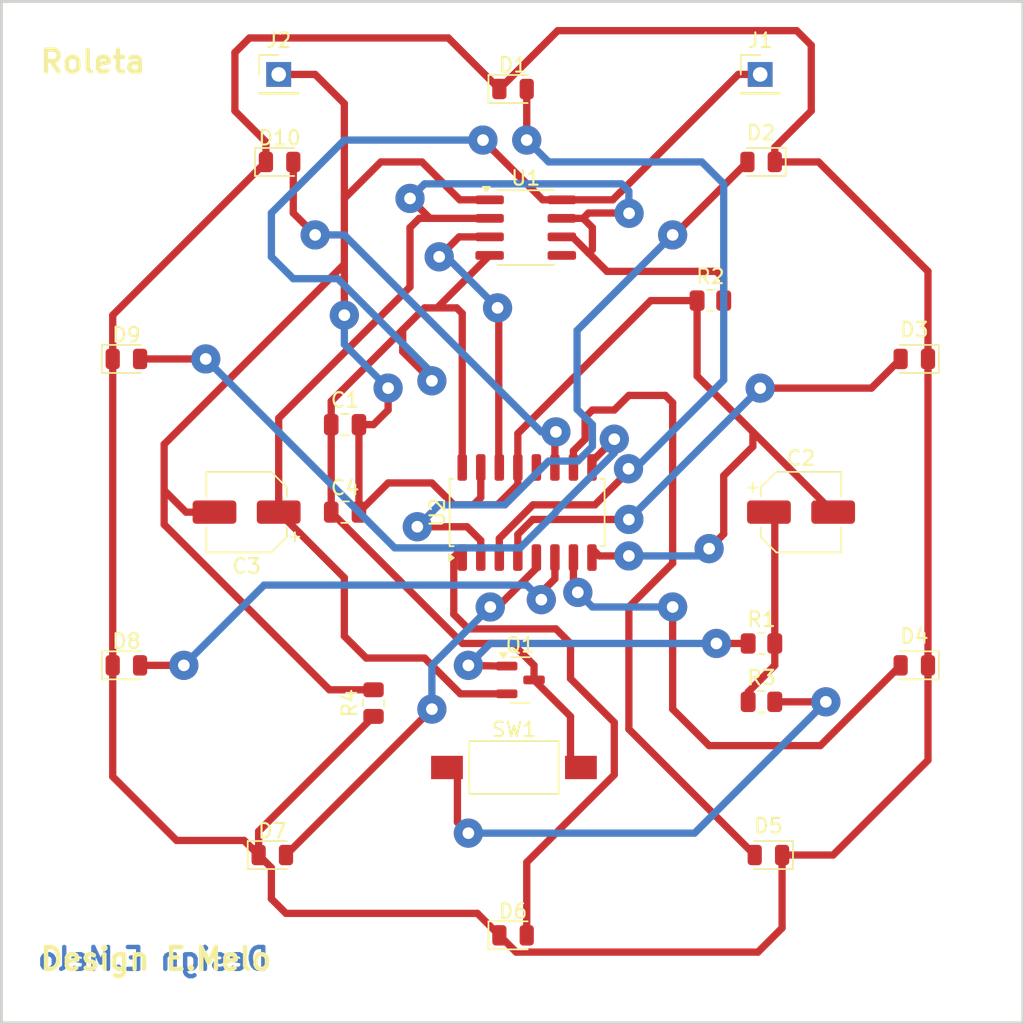
<source format=kicad_pcb>
(kicad_pcb (version 20240108) (generator "pcbnew") (generator_version "8.0")
  (layers (0 "F.Cu" signal) (31 "B.Cu" signal) (34 "B.Paste" user) (35 "F.Paste" user) (36 "B.SilkS" user "B.Silkscreen") (37 "F.SilkS" user "F.Silkscreen") (38 "B.Mask" user) (39 "F.Mask" user) (44 "Edge.Cuts" user))
  (net 0 "")
  (net 1 "+12V")
  (net 2 "GND")
  (net 3 "Net-(C2-Pad1)")
  (net 4 "Net-(Q1-E)")
  (net 5 "Net-(D1-K)")
  (net 6 "Net-(D1-A)")
  (net 7 "Net-(D2-A)")
  (net 8 "Net-(D3-A)")
  (net 9 "Net-(D4-A)")
  (net 10 "Net-(D5-A)")
  (net 11 "Net-(D6-A)")
  (net 12 "Net-(D7-A)")
  (net 13 "Net-(D8-A)")
  (net 14 "Net-(D9-A)")
  (net 15 "Net-(D10-A)")
  (net 16 "Net-(Q1-B)")
  (net 17 "Net-(R3-Pad2)")
  (net 19 "Net-(U1-Q)")
  (footprint "LED_SMD:LED_0805_2012Metric" (layer "F.Cu") (at 134.5625 130)
    (property "Reference" "D7" (at 0 -1.65 0) (layer "F.SilkS"))
    (property "Value" "LED7")
    (fp_line (start -1.685 -0.96) (end -1.685 0.96) (stroke (width 0.12)) (layer "F.SilkS"))
    (fp_line (start -1.685 0.96) (end 1 0.96) (stroke (width 0.12)) (layer "F.SilkS"))
    (fp_line (start 1 -0.96) (end -1.685 -0.96) (stroke (width 0.12)) (layer "F.SilkS"))
    (pad "1" smd roundrect (at -0.9375 0) (size 0.975 1.4) (layers "F.Cu" "F.Paste" "F.Mask") (net 5 "Net-(D1-K)"))
    (pad "2" smd roundrect (at 0.9375 0) (size 0.975 1.4) (layers "F.Cu" "F.Paste" "F.Mask") (net 12 "Net-(D7-A)"))
  )
  (footprint "Resistor_SMD:R_0805_2012Metric" (layer "F.Cu") (at 164.5875 92)
    (property "Reference" "R2" (at 0 -1.65 0) (layer "F.SilkS"))
    (property "Value" "100K")
    (fp_line (start -0.227064 -0.735) (end 0.227064 -0.735) (stroke (width 0.12)) (layer "F.SilkS"))
    (fp_line (start -0.227064 0.735) (end 0.227064 0.735) (stroke (width 0.12)) (layer "F.SilkS"))
    (pad "1" smd roundrect (at -0.9125 0) (size 1.025 1.4) (layers "F.Cu" "F.Paste" "F.Mask") (roundrect_rratio 0.243902) (net 2 "GND"))
    (pad "2" smd roundrect (at 0.9125 0) (size 1.025 1.4) (layers "F.Cu" "F.Paste" "F.Mask") (roundrect_rratio 0.243902) (net 4 "Net-(Q1-E)"))
  )
  (footprint "LED_SMD:LED_0805_2012Metric" (layer "F.Cu") (at 151.0625 135.50431)
    (property "Reference" "D6" (at 0 -1.65 0) (layer "F.SilkS"))
    (property "Value" "LED6")
    (fp_line (start -1.685 -0.96) (end -1.685 0.96) (stroke (width 0.12)) (layer "F.SilkS"))
    (fp_line (start -1.685 0.96) (end 1 0.96) (stroke (width 0.12)) (layer "F.SilkS"))
    (fp_line (start 1 -0.96) (end -1.685 -0.96) (stroke (width 0.12)) (layer "F.SilkS"))
    (pad "1" smd roundrect (at -0.9375 0) (size 0.975 1.4) (layers "F.Cu" "F.Paste" "F.Mask") (net 5 "Net-(D1-K)"))
    (pad "2" smd roundrect (at 0.9375 0) (size 0.975 1.4) (layers "F.Cu" "F.Paste" "F.Mask") (net 11 "Net-(D6-A)"))
  )
  (footprint "Capacitor_SMD:CP_Elec_5x5.9" (layer "F.Cu") (at 170.8 106.5)
    (property "Reference" "C2" (at 0 -3.7 0) (layer "F.SilkS"))
    (property "Value" "47uF/50V")
    (fp_line (start -3.625 -1.685) (end -3 -1.685) (stroke (width 0.12)) (layer "F.SilkS"))
    (fp_line (start -3.3125 -1.9975) (end -3.3125 -1.3725) (stroke (width 0.12)) (layer "F.SilkS"))
    (fp_line (start -2.76 -1.695563) (end -2.76 -1.06) (stroke (width 0.12)) (layer "F.SilkS"))
    (fp_line (start -2.76 -1.695563) (end -1.695563 -2.76) (stroke (width 0.12)) (layer "F.SilkS"))
    (fp_line (start -2.76 1.695563) (end -2.76 1.06) (stroke (width 0.12)) (layer "F.SilkS"))
    (fp_line (start -2.76 1.695563) (end -1.695563 2.76) (stroke (width 0.12)) (layer "F.SilkS"))
    (fp_line (start -1.695563 -2.76) (end 2.76 -2.76) (stroke (width 0.12)) (layer "F.SilkS"))
    (fp_line (start -1.695563 2.76) (end 2.76 2.76) (stroke (width 0.12)) (layer "F.SilkS"))
    (fp_line (start 2.76 -2.76) (end 2.76 -1.06) (stroke (width 0.12)) (layer "F.SilkS"))
    (fp_line (start 2.76 2.76) (end 2.76 1.06) (stroke (width 0.12)) (layer "F.SilkS"))
    (pad "1" smd roundrect (at -2.2 0) (size 3 1.6) (layers "F.Cu" "F.Paste" "F.Mask") (roundrect_rratio 0.15625) (net 3 "Net-(C2-Pad1)"))
    (pad "2" smd roundrect (at 2.2 0) (size 3 1.6) (layers "F.Cu" "F.Paste" "F.Mask") (roundrect_rratio 0.15625) (net 2 "GND"))
  )
  (footprint "LED_SMD:LED_0805_2012Metric" (layer "F.Cu") (at 168.5625 130 180)
    (property "Reference" "D5" (at 0 2 0) (layer "F.SilkS"))
    (property "Value" "LED5")
    (fp_line (start 1 -0.96) (end -1.685 -0.96) (stroke (width 0.12)) (layer "F.SilkS"))
    (fp_line (start -1.685 0.96) (end 1 0.96) (stroke (width 0.12)) (layer "F.SilkS"))
    (fp_line (start -1.685 -0.96) (end -1.685 0.96) (stroke (width 0.12)) (layer "F.SilkS"))
    (pad "1" smd roundrect (at -0.9375 0 180) (size 0.975 1.4) (layers "F.Cu" "F.Paste" "F.Mask") (net 5 "Net-(D1-K)"))
    (pad "2" smd roundrect (at 0.9375 0 180) (size 0.975 1.4) (layers "F.Cu" "F.Paste" "F.Mask") (net 10 "Net-(D5-A)"))
  )
  (footprint "Package_SO:SOIC-8_3.9x4.9mm_P1.27mm" (layer "F.Cu") (at 151.93 87)
    (property "Reference" "U1" (at 0 -3.4 0) (layer "F.SilkS"))
    (property "Value" "LM555xN")
    (fp_line (start 0 -2.56) (end -1.95 -2.56) (stroke (width 0.12)) (layer "F.SilkS"))
    (fp_line (start 0 -2.56) (end 1.95 -2.56) (stroke (width 0.12)) (layer "F.SilkS"))
    (fp_line (start 0 2.56) (end -1.95 2.56) (stroke (width 0.12)) (layer "F.SilkS"))
    (fp_line (start 0 2.56) (end 1.95 2.56) (stroke (width 0.12)) (layer "F.SilkS"))
    (fp_poly (pts (xy -2.7 -2.465) (xy -2.94 -2.795) (xy -2.46 -2.795) (xy -2.7 -2.465)) (stroke (width 0.12)) (fill solid) (layer "F.SilkS"))
    (pad "1" smd roundrect (at -2.475 -1.905) (size 1.95 0.6) (layers "F.Cu" "F.Paste" "F.Mask") (net 2 "GND"))
    (pad "2" smd roundrect (at -2.475 -0.635) (size 1.95 0.6) (layers "F.Cu" "F.Paste" "F.Mask") (net 4 "Net-(Q1-E)"))
    (pad "3" smd roundrect (at -2.475 0.635) (size 1.95 0.6) (layers "F.Cu" "F.Paste" "F.Mask") (net 19 "Net-(U1-Q)"))
    (pad "4" smd roundrect (at -2.475 1.905) (size 1.95 0.6) (layers "F.Cu" "F.Paste" "F.Mask") (net 1 "+12V"))
    (pad "5" smd roundrect (at 2.475 1.905) (size 1.95 0.6) (layers "F.Cu" "F.Paste" "F.Mask"))
    (pad "6" smd roundrect (at 2.475 0.635) (size 1.95 0.6) (layers "F.Cu" "F.Paste" "F.Mask") (net 4 "Net-(Q1-E)"))
    (pad "7" smd roundrect (at 2.475 -0.635) (size 1.95 0.6) (layers "F.Cu" "F.Paste" "F.Mask") (net 4 "Net-(Q1-E)"))
    (pad "8" smd roundrect (at 2.475 -1.905) (size 1.95 0.6) (layers "F.Cu" "F.Paste" "F.Mask") (net 1 "+12V"))
  )
  (footprint "LED_SMD:LED_0805_2012Metric" (layer "F.Cu") (at 124.5625 96)
    (property "Reference" "D9" (at 0 -1.65 0) (layer "F.SilkS"))
    (property "Value" "LED9")
    (fp_line (start -1.685 -0.96) (end -1.685 0.96) (stroke (width 0.12)) (layer "F.SilkS"))
    (fp_line (start -1.685 0.96) (end 1 0.96) (stroke (width 0.12)) (layer "F.SilkS"))
    (fp_line (start 1 -0.96) (end -1.685 -0.96) (stroke (width 0.12)) (layer "F.SilkS"))
    (pad "1" smd roundrect (at -0.9375 0) (size 0.975 1.4) (layers "F.Cu" "F.Paste" "F.Mask") (net 5 "Net-(D1-K)"))
    (pad "2" smd roundrect (at 0.9375 0) (size 0.975 1.4) (layers "F.Cu" "F.Paste" "F.Mask") (net 14 "Net-(D9-A)"))
  )
  (footprint "Capacitor_SMD:CP_Elec_5x5.9" (layer "F.Cu") (at 132.8 106.5 180)
    (property "Reference" "C3" (at 0 -3.7 180) (layer "F.SilkS"))
    (property "Value" "47uF/50V")
    (fp_line (start 2.76 2.76) (end 2.76 1.06) (stroke (width 0.12)) (layer "F.SilkS"))
    (fp_line (start 2.76 -2.76) (end 2.76 -1.06) (stroke (width 0.12)) (layer "F.SilkS"))
    (fp_line (start -1.695563 2.76) (end 2.76 2.76) (stroke (width 0.12)) (layer "F.SilkS"))
    (fp_line (start -1.695563 -2.76) (end 2.76 -2.76) (stroke (width 0.12)) (layer "F.SilkS"))
    (fp_line (start -2.76 1.695563) (end -1.695563 2.76) (stroke (width 0.12)) (layer "F.SilkS"))
    (fp_line (start -2.76 1.695563) (end -2.76 1.06) (stroke (width 0.12)) (layer "F.SilkS"))
    (fp_line (start -2.76 -1.695563) (end -1.695563 -2.76) (stroke (width 0.12)) (layer "F.SilkS"))
    (fp_line (start -2.76 -1.695563) (end -2.76 -1.06) (stroke (width 0.12)) (layer "F.SilkS"))
    (fp_line (start -3.3125 -1.9975) (end -3.3125 -1.3725) (stroke (width 0.12)) (layer "F.SilkS"))
    (fp_line (start -3.625 -1.685) (end -3 -1.685) (stroke (width 0.12)) (layer "F.SilkS"))
    (pad "1" smd roundrect (at -2.2 0 180) (size 3 1.6) (layers "F.Cu" "F.Paste" "F.Mask") (roundrect_rratio 0.15625) (net 4 "Net-(Q1-E)"))
    (pad "2" smd roundrect (at 2.2 0 180) (size 3 1.6) (layers "F.Cu" "F.Paste" "F.Mask") (roundrect_rratio 0.15625) (net 2 "GND"))
  )
  (footprint "Connector_PinHeader_2.54mm:PinHeader_1x01_P2.54mm_Vertical" (layer "F.Cu") (at 168 76.5)
    (property "Reference" "J1" (at 0 -2.33 0) (layer "F.SilkS"))
    (property "Value" "Conn_01x01_Pin")
    (fp_line (start -1.33 -1.33) (end 0 -1.33) (stroke (width 0.12)) (layer "F.SilkS"))
    (fp_line (start -1.33 0) (end -1.33 -1.33) (stroke (width 0.12)) (layer "F.SilkS"))
    (fp_line (start -1.33 1.27) (end -1.33 1.33) (stroke (width 0.12)) (layer "F.SilkS"))
    (fp_line (start -1.33 1.27) (end 1.33 1.27) (stroke (width 0.12)) (layer "F.SilkS"))
    (fp_line (start -1.33 1.33) (end 1.33 1.33) (stroke (width 0.12)) (layer "F.SilkS"))
    (fp_line (start 1.33 1.27) (end 1.33 1.33) (stroke (width 0.12)) (layer "F.SilkS"))
    (pad "1" thru_hole rect (at 0 0) (size 1.7 1.7) (drill 1) (layers "*.Cu" "*.Mask") (net 1 "+12V"))
  )
  (footprint "LED_SMD:LED_0805_2012Metric" (layer "F.Cu") (at 178.5625 96 180)
    (property "Reference" "D3" (at 0 2 0) (layer "F.SilkS"))
    (property "Value" "LED3")
    (fp_line (start 1 -0.96) (end -1.685 -0.96) (stroke (width 0.12)) (layer "F.SilkS"))
    (fp_line (start -1.685 0.96) (end 1 0.96) (stroke (width 0.12)) (layer "F.SilkS"))
    (fp_line (start -1.685 -0.96) (end -1.685 0.96) (stroke (width 0.12)) (layer "F.SilkS"))
    (pad "1" smd roundrect (at -0.9375 0 180) (size 0.975 1.4) (layers "F.Cu" "F.Paste" "F.Mask") (net 5 "Net-(D1-K)"))
    (pad "2" smd roundrect (at 0.9375 0 180) (size 0.975 1.4) (layers "F.Cu" "F.Paste" "F.Mask") (net 8 "Net-(D3-A)"))
  )
  (footprint "Capacitor_SMD:C_0805_2012Metric" (layer "F.Cu") (at 139.55 100.5)
    (property "Reference" "C1" (at 0 -1.68 0) (layer "F.SilkS"))
    (property "Value" "100nF")
    (fp_line (start -0.261252 -0.735) (end 0.261252 -0.735) (stroke (width 0.12)) (layer "F.SilkS"))
    (fp_line (start -0.261252 0.735) (end 0.261252 0.735) (stroke (width 0.12)) (layer "F.SilkS"))
    (pad "1" smd roundrect (at -0.95 0) (size 1 1.45) (layers "F.Cu" "F.Paste" "F.Mask") (net 1 "+12V"))
    (pad "2" smd roundrect (at 0.95 0) (size 1 1.45) (layers "F.Cu" "F.Paste" "F.Mask") (net 2 "GND"))
  )
  (footprint "Capacitor_SMD:C_0805_2012Metric" (layer "F.Cu") (at 139.55 106.5)
    (property "Reference" "C4" (at 0 -1.68 0) (layer "F.SilkS"))
    (property "Value" "100nF")
    (fp_line (start -0.261252 -0.735) (end 0.261252 -0.735) (stroke (width 0.12)) (layer "F.SilkS"))
    (fp_line (start -0.261252 0.735) (end 0.261252 0.735) (stroke (width 0.12)) (layer "F.SilkS"))
    (pad "1" smd roundrect (at -0.95 0) (size 1 1.45) (layers "F.Cu" "F.Paste" "F.Mask") (net 1 "+12V"))
    (pad "2" smd roundrect (at 0.95 0) (size 1 1.45) (layers "F.Cu" "F.Paste" "F.Mask") (net 2 "GND"))
  )
  (footprint "LED_SMD:LED_0805_2012Metric" (layer "F.Cu") (at 135.0625 82.5)
    (property "Reference" "D10" (at 0 -1.65 0) (layer "F.SilkS"))
    (property "Value" "LED10")
    (fp_line (start -1.685 -0.96) (end -1.685 0.96) (stroke (width 0.12)) (layer "F.SilkS"))
    (fp_line (start -1.685 0.96) (end 1 0.96) (stroke (width 0.12)) (layer "F.SilkS"))
    (fp_line (start 1 -0.96) (end -1.685 -0.96) (stroke (width 0.12)) (layer "F.SilkS"))
    (pad "1" smd roundrect (at -0.9375 0) (size 0.975 1.4) (layers "F.Cu" "F.Paste" "F.Mask") (net 5 "Net-(D1-K)"))
    (pad "2" smd roundrect (at 0.9375 0) (size 0.975 1.4) (layers "F.Cu" "F.Paste" "F.Mask") (net 15 "Net-(D10-A)"))
  )
  (footprint "LED_SMD:LED_0805_2012Metric" (layer "F.Cu") (at 151.0625 77.5)
    (property "Reference" "D1" (at 0 -1.65 0) (layer "F.SilkS"))
    (property "Value" "LED1")
    (fp_line (start -1.685 -0.96) (end -1.685 0.96) (stroke (width 0.12)) (layer "F.SilkS"))
    (fp_line (start -1.685 0.96) (end 1 0.96) (stroke (width 0.12)) (layer "F.SilkS"))
    (fp_line (start 1 -0.96) (end -1.685 -0.96) (stroke (width 0.12)) (layer "F.SilkS"))
    (pad "1" smd roundrect (at -0.9375 0) (size 0.975 1.4) (layers "F.Cu" "F.Paste" "F.Mask") (net 5 "Net-(D1-K)"))
    (pad "2" smd roundrect (at 0.9375 0) (size 0.975 1.4) (layers "F.Cu" "F.Paste" "F.Mask") (net 6 "Net-(D1-A)"))
  )
  (footprint "LED_SMD:LED_0805_2012Metric" (layer "F.Cu") (at 124.5625 117)
    (property "Reference" "D8" (at 0 -1.65 0) (layer "F.SilkS"))
    (property "Value" "LED8")
    (fp_line (start -1.685 -0.96) (end -1.685 0.96) (stroke (width 0.12)) (layer "F.SilkS"))
    (fp_line (start -1.685 0.96) (end 1 0.96) (stroke (width 0.12)) (layer "F.SilkS"))
    (fp_line (start 1 -0.96) (end -1.685 -0.96) (stroke (width 0.12)) (layer "F.SilkS"))
    (pad "1" smd roundrect (at -0.9375 0) (size 0.975 1.4) (layers "F.Cu" "F.Paste" "F.Mask") (net 5 "Net-(D1-K)"))
    (pad "2" smd roundrect (at 0.9375 0) (size 0.975 1.4) (layers "F.Cu" "F.Paste" "F.Mask") (net 13 "Net-(D8-A)"))
  )
  (footprint "Button_Switch_SMD:SW_SPST_FSMSM" (layer "F.Cu") (at 151.125 124)
    (property "Reference" "SW1" (at 0 -2.6 0) (layer "F.SilkS"))
    (property "Value" "SW_Push")
    (fp_line (start -3.06 -1.81) (end 3.06 -1.81) (stroke (width 0.12)) (layer "F.SilkS"))
    (fp_line (start -3.06 1.81) (end -3.06 -1.81) (stroke (width 0.12)) (layer "F.SilkS"))
    (fp_line (start 3.06 -1.81) (end 3.06 1.81) (stroke (width 0.12)) (layer "F.SilkS"))
    (fp_line (start 3.06 1.81) (end -3.06 1.81) (stroke (width 0.12)) (layer "F.SilkS"))
    (pad "1" smd rect (at -4.59 0) (size 2.18 1.6) (layers "F.Cu" "F.Paste" "F.Mask") (net 17 "Net-(R3-Pad2)"))
    (pad "2" smd rect (at 4.59 0) (size 2.18 1.6) (layers "F.Cu" "F.Paste" "F.Mask") (net 1 "+12V"))
  )
  (footprint "Connector_PinHeader_2.54mm:PinHeader_1x01_P2.54mm_Vertical" (layer "F.Cu") (at 135 76.5)
    (property "Reference" "J2" (at 0 -2.33 0) (layer "F.SilkS"))
    (property "Value" "Conn_01x01_Pin")
    (fp_line (start -1.33 -1.33) (end 0 -1.33) (stroke (width 0.12)) (layer "F.SilkS"))
    (fp_line (start -1.33 0) (end -1.33 -1.33) (stroke (width 0.12)) (layer "F.SilkS"))
    (fp_line (start -1.33 1.27) (end -1.33 1.33) (stroke (width 0.12)) (layer "F.SilkS"))
    (fp_line (start -1.33 1.27) (end 1.33 1.27) (stroke (width 0.12)) (layer "F.SilkS"))
    (fp_line (start -1.33 1.33) (end 1.33 1.33) (stroke (width 0.12)) (layer "F.SilkS"))
    (fp_line (start 1.33 1.27) (end 1.33 1.33) (stroke (width 0.12)) (layer "F.SilkS"))
    (pad "1" thru_hole rect (at 0 0) (size 1.7 1.7) (drill 1) (layers "*.Cu" "*.Mask") (net 2 "GND"))
  )
  (footprint "LED_SMD:LED_0805_2012Metric" (layer "F.Cu") (at 168.0625 82.5 180)
    (property "Reference" "D2" (at 0 2 0) (layer "F.SilkS"))
    (property "Value" "LED2")
    (fp_line (start 1 -0.96) (end -1.685 -0.96) (stroke (width 0.12)) (layer "F.SilkS"))
    (fp_line (start -1.685 0.96) (end 1 0.96) (stroke (width 0.12)) (layer "F.SilkS"))
    (fp_line (start -1.685 -0.96) (end -1.685 0.96) (stroke (width 0.12)) (layer "F.SilkS"))
    (pad "1" smd roundrect (at -0.9375 0 180) (size 0.975 1.4) (layers "F.Cu" "F.Paste" "F.Mask") (net 5 "Net-(D1-K)"))
    (pad "2" smd roundrect (at 0.9375 0 180) (size 0.975 1.4) (layers "F.Cu" "F.Paste" "F.Mask") (net 7 "Net-(D2-A)"))
  )
  (footprint "Package_TO_SOT_SMD:SOT-23" (layer "F.Cu") (at 151.5625 118)
    (property "Reference" "Q1" (at 0 -2.4 0) (layer "F.SilkS"))
    (property "Value" "BC817")
    (fp_line (start 0 -1.56) (end -0.65 -1.56) (stroke (width 0.12)) (layer "F.SilkS"))
    (fp_line (start 0 -1.56) (end 0.65 -1.56) (stroke (width 0.12)) (layer "F.SilkS"))
    (fp_line (start 0 1.56) (end -0.65 1.56) (stroke (width 0.12)) (layer "F.SilkS"))
    (fp_line (start 0 1.56) (end 0.65 1.56) (stroke (width 0.12)) (layer "F.SilkS"))
    (fp_poly (pts (xy -1.1625 -1.51) (xy -1.4025 -1.84) (xy -0.9225 -1.84) (xy -1.1625 -1.51)) (stroke (width 0.12)) (fill solid) (layer "F.SilkS"))
    (pad "1" smd roundrect (at -0.9375 -0.95) (size 1.475 0.6) (layers "F.Cu" "F.Paste" "F.Mask") (net 16 "Net-(Q1-B)"))
    (pad "2" smd roundrect (at -0.9375 0.95) (size 1.475 0.6) (layers "F.Cu" "F.Paste" "F.Mask") (net 4 "Net-(Q1-E)"))
    (pad "3" smd roundrect (at 0.9375 0) (size 1.475 0.6) (layers "F.Cu" "F.Paste" "F.Mask") (net 1 "+12V"))
  )
  (footprint "Resistor_SMD:R_0805_2012Metric" (layer "F.Cu") (at 168.0875 119.5)
    (property "Reference" "R3" (at 0 -1.65 0) (layer "F.SilkS"))
    (property "Value" "100R")
    (fp_line (start -0.227064 -0.735) (end 0.227064 -0.735) (stroke (width 0.12)) (layer "F.SilkS"))
    (fp_line (start -0.227064 0.735) (end 0.227064 0.735) (stroke (width 0.12)) (layer "F.SilkS"))
    (pad "1" smd roundrect (at -0.9125 0) (size 1.025 1.4) (layers "F.Cu" "F.Paste" "F.Mask") (roundrect_rratio 0.243902) (net 3 "Net-(C2-Pad1)"))
    (pad "2" smd roundrect (at 0.9125 0) (size 1.025 1.4) (layers "F.Cu" "F.Paste" "F.Mask") (roundrect_rratio 0.243902) (net 17 "Net-(R3-Pad2)"))
  )
  (footprint "LED_SMD:LED_0805_2012Metric" (layer "F.Cu") (at 178.5625 117 180)
    (property "Reference" "D4" (at 0 2 0) (layer "F.SilkS"))
    (property "Value" "LED4")
    (fp_line (start 1 -0.96) (end -1.685 -0.96) (stroke (width 0.12)) (layer "F.SilkS"))
    (fp_line (start -1.685 0.96) (end 1 0.96) (stroke (width 0.12)) (layer "F.SilkS"))
    (fp_line (start -1.685 -0.96) (end -1.685 0.96) (stroke (width 0.12)) (layer "F.SilkS"))
    (pad "1" smd roundrect (at -0.9375 0 180) (size 0.975 1.4) (layers "F.Cu" "F.Paste" "F.Mask") (net 5 "Net-(D1-K)"))
    (pad "2" smd roundrect (at 0.9375 0 180) (size 0.975 1.4) (layers "F.Cu" "F.Paste" "F.Mask") (net 9 "Net-(D4-A)"))
  )
  (footprint "Resistor_SMD:R_0805_2012Metric" (layer "F.Cu") (at 168.0875 115.5)
    (property "Reference" "R1" (at 0 -1.65 0) (layer "F.SilkS"))
    (property "Value" "47K")
    (fp_line (start -0.227064 -0.735) (end 0.227064 -0.735) (stroke (width 0.12)) (layer "F.SilkS"))
    (fp_line (start -0.227064 0.735) (end 0.227064 0.735) (stroke (width 0.12)) (layer "F.SilkS"))
    (pad "1" smd roundrect (at -0.9125 0) (size 1.025 1.4) (layers "F.Cu" "F.Paste" "F.Mask") (roundrect_rratio 0.243902) (net 16 "Net-(Q1-B)"))
    (pad "2" smd roundrect (at 0.9125 0) (size 1.025 1.4) (layers "F.Cu" "F.Paste" "F.Mask") (roundrect_rratio 0.243902) (net 3 "Net-(C2-Pad1)"))
  )
  (footprint "Package_SO:SOP-16_4.4x10.4mm_P1.27mm" (layer "F.Cu") (at 152.025 106.525 90)
    (property "Reference" "U2" (at 0 -6.15 90) (layer "F.SilkS"))
    (property "Value" "4017")
    (fp_line (start 2.31 -5.31) (end 2.31 -5.03) (stroke (width 0.12)) (layer "F.SilkS"))
    (fp_line (start 0 -5.31) (end 2.31 -5.31) (stroke (width 0.12)) (layer "F.SilkS"))
    (fp_line (start 0 -5.31) (end -2.31 -5.31) (stroke (width 0.12)) (layer "F.SilkS"))
    (fp_line (start -2.31 -5.31) (end -2.31 -5.03) (stroke (width 0.12)) (layer "F.SilkS"))
    (fp_line (start 2.31 5.31) (end 2.31 5.03) (stroke (width 0.12)) (layer "F.SilkS"))
    (fp_line (start 0 5.31) (end 2.31 5.31) (stroke (width 0.12)) (layer "F.SilkS"))
    (fp_line (start 0 5.31) (end -2.31 5.31) (stroke (width 0.12)) (layer "F.SilkS"))
    (fp_line (start -2.31 5.31) (end -2.31 5.03) (stroke (width 0.12)) (layer "F.SilkS"))
    (fp_poly (pts (xy -3.1 -5.03) (xy -3.34 -5.36) (xy -2.86 -5.36) (xy -3.1 -5.03)) (stroke (width 0.12)) (fill solid) (layer "F.SilkS"))
    (pad "1" smd roundrect (at -3.0875 -4.445 90) (size 1.825 0.65) (layers "F.Cu" "F.Paste" "F.Mask") (net 11 "Net-(D6-A)"))
    (pad "2" smd roundrect (at -3.0875 -3.175 90) (size 1.825 0.65) (layers "F.Cu" "F.Paste" "F.Mask") (net 7 "Net-(D2-A)"))
    (pad "3" smd roundrect (at -3.0875 -1.905 90) (size 1.825 0.65) (layers "F.Cu" "F.Paste" "F.Mask") (net 6 "Net-(D1-A)"))
    (pad "4" smd roundrect (at -3.0875 -0.635 90) (size 1.825 0.65) (layers "F.Cu" "F.Paste" "F.Mask") (net 8 "Net-(D3-A)"))
    (pad "5" smd roundrect (at -3.0875 0.635 90) (size 1.825 0.65) (layers "F.Cu" "F.Paste" "F.Mask") (net 12 "Net-(D7-A)"))
    (pad "6" smd roundrect (at -3.0875 1.905 90) (size 1.825 0.65) (layers "F.Cu" "F.Paste" "F.Mask") (net 13 "Net-(D8-A)"))
    (pad "7" smd roundrect (at -3.0875 3.175 90) (size 1.825 0.65) (layers "F.Cu" "F.Paste" "F.Mask") (net 9 "Net-(D4-A)"))
    (pad "8" smd roundrect (at -3.0875 4.445 90) (size 1.825 0.65) (layers "F.Cu" "F.Paste" "F.Mask") (net 2 "GND"))
    (pad "9" smd roundrect (at 3.0875 4.445 90) (size 1.825 0.65) (layers "F.Cu" "F.Paste" "F.Mask") (net 14 "Net-(D9-A)"))
    (pad "10" smd roundrect (at 3.0875 3.175 90) (size 1.825 0.65) (layers "F.Cu" "F.Paste" "F.Mask") (net 10 "Net-(D5-A)"))
    (pad "11" smd roundrect (at 3.0875 1.905 90) (size 1.825 0.65) (layers "F.Cu" "F.Paste" "F.Mask") (net 15 "Net-(D10-A)"))
    (pad "12" smd roundrect (at 3.0875 0.635 90) (size 1.825 0.65) (layers "F.Cu" "F.Paste" "F.Mask"))
    (pad "13" smd roundrect (at 3.0875 -0.635 90) (size 1.825 0.65) (layers "F.Cu" "F.Paste" "F.Mask") (net 2 "GND"))
    (pad "14" smd roundrect (at 3.0875 -1.905 90) (size 1.825 0.65) (layers "F.Cu" "F.Paste" "F.Mask") (net 19 "Net-(U1-Q)"))
    (pad "15" smd roundrect (at 3.0875 -3.175 90) (size 1.825 0.65) (layers "F.Cu" "F.Paste" "F.Mask") (net 2 "GND"))
    (pad "16" smd roundrect (at 3.0875 -4.445 90) (size 1.825 0.65) (layers "F.Cu" "F.Paste" "F.Mask") (net 1 "+12V"))
  )
  (footprint "Resistor_SMD:R_0805_2012Metric" (layer "F.Cu") (at 141.5 119.5875 90)
    (property "Reference" "R4" (at 0 -1.65 90) (layer "F.SilkS"))
    (property "Value" "1K")
    (fp_line (start -0.227064 -0.735) (end 0.227064 -0.735) (stroke (width 0.12)) (layer "F.SilkS"))
    (fp_line (start -0.227064 0.735) (end 0.227064 0.735) (stroke (width 0.12)) (layer "F.SilkS"))
    (pad "1" smd roundrect (at -0.9125 0 90) (size 1.025 1.4) (layers "F.Cu" "F.Paste" "F.Mask") (roundrect_rratio 0.243902) (net 5 "Net-(D1-K)"))
    (pad "2" smd roundrect (at 0.9125 0 90) (size 1.025 1.4) (layers "F.Cu" "F.Paste" "F.Mask") (roundrect_rratio 0.243902) (net 2 "GND"))
  )
  (gr_rect (start 116 71.5) (end 186 141.5) (stroke (width 0.2)) (fill none) (layer "Edge.Cuts"))
  (gr_text "Design E.Melo" (at 134.5 138 0) (layer "B.Cu") (effects (font (size 1.5 1.5) (thickness 0.3) (bold yes)) (justify left bottom mirror)))
  (gr_text "Design E.Melo" (at 118.5 138 0) (layer "F.SilkS") (effects (font (size 1.5 1.5) (thickness 0.3) (bold yes)) (justify left bottom)))
  (gr_text "Roleta\n" (at 118.5 76.5 0) (layer "F.SilkS") (effects (font (size 1.5 1.5) (thickness 0.3) (bold yes)) (justify left bottom)))
  (segment (start 154.405 85.095) (end 157.890394 85.095) (width 0.5) (layer "F.Cu") (net 1))
  (segment (start 138.6 100.5) (end 138.6 98.9) (width 0.5) (layer "F.Cu") (net 1))
  (segment (start 152.5 117) (end 151 115.5) (width 0.5) (layer "F.Cu") (net 1))
  (segment (start 146 92.5) (end 147.2 92.5) (width 0.5) (layer "F.Cu") (net 1))
  (segment (start 147.58 92.88) (end 147.2 92.5) (width 0.5) (layer "F.Cu") (net 1))
  (segment (start 146 92.36) (end 146 92.5) (width 0.5) (layer "F.Cu") (net 1))
  (segment (start 143.5 95.5) (end 143.5 94) (width 0.5) (layer "F.Cu") (net 1))
  (segment (start 149 81) (end 153.095 85.095) (width 0.5) (layer "F.Cu") (net 1))
  (segment (start 158.415232 84.570162) (end 158.429838 84.570162) (width 0.5) (layer "F.Cu") (net 1))
  (segment (start 145.5 97.5) (end 143.5 95.5) (width 0.5) (layer "F.Cu") (net 1))
  (segment (start 145 92.5) (end 146 92.5) (width 0.5) (layer "F.Cu") (net 1))
  (segment (start 143.5 94) (end 145 92.5) (width 0.5) (layer "F.Cu") (net 1))
  (segment (start 151 115.5) (end 147.6 115.5) (width 0.5) (layer "F.Cu") (net 1))
  (segment (start 138.6 106.5) (end 138.6 100.5) (width 0.5) (layer "F.Cu") (net 1))
  (segment (start 155 120.5) (end 152.5 118) (width 0.5) (layer "F.Cu") (net 1))
  (segment (start 157.890394 85.095) (end 158.415232 84.570162) (width 0.5) (layer "F.Cu") (net 1))
  (segment (start 155 124) (end 155 120.5) (width 0.5) (layer "F.Cu") (net 1))
  (segment (start 152.5 118) (end 152.5 117) (width 0.5) (layer "F.Cu") (net 1))
  (segment (start 149.455 88.905) (end 146 92.36) (width 0.5) (layer "F.Cu") (net 1))
  (segment (start 147.58 104.05) (end 147.58 92.88) (width 0.5) (layer "F.Cu") (net 1))
  (segment (start 147.6 115.5) (end 138.6 106.5) (width 0.5) (layer "F.Cu") (net 1))
  (segment (start 166.5 76.5) (end 168 76.5) (width 0.5) (layer "F.Cu") (net 1))
  (segment (start 158.429838 84.570162) (end 166.5 76.5) (width 0.5) (layer "F.Cu") (net 1))
  (segment (start 153.095 85.095) (end 154.405 85.095) (width 0.5) (layer "F.Cu") (net 1))
  (segment (start 138.6 98.9) (end 143.5 94) (width 0.5) (layer "F.Cu") (net 1))
  (via (at 145.5 97.5) (size 2) (drill 0.8) (layers "F.Cu" "B.Cu") (net 1))
  (via (at 149 81) (size 2) (drill 0.8) (layers "F.Cu" "B.Cu") (net 1))
  (segment (start 145.5 96.94939) (end 145.5 97.5) (width 0.5) (layer "B.Cu") (net 1))
  (segment (start 139.05061 90.5) (end 145.5 96.94939) (width 0.5) (layer "B.Cu") (net 1))
  (segment (start 149 81) (end 139.5 81) (width 0.5) (layer "B.Cu") (net 1))
  (segment (start 139.5 81) (end 134.5 86) (width 0.5) (layer "B.Cu") (net 1))
  (segment (start 136 90.5) (end 139.05061 90.5) (width 0.5) (layer "B.Cu") (net 1))
  (segment (start 134.5 89) (end 136 90.5) (width 0.5) (layer "B.Cu") (net 1))
  (segment (start 134.5 86) (end 134.5 89) (width 0.5) (layer "B.Cu") (net 1))
  (segment (start 127.15 105) (end 127.15 101.85) (width 0.5) (layer "F.Cu") (net 2))
  (segment (start 137.5 76.5) (end 135 76.5) (width 0.5) (layer "F.Cu") (net 2))
  (segment (start 145.5 104.5) (end 147 106) (width 0.5) (layer "F.Cu") (net 2))
  (segment (start 173 106.5) (end 167.5 101) (width 0.5) (layer "F.Cu") (net 2))
  (segment (start 163.675 92) (end 160.5 92) (width 0.5) (layer "F.Cu") (net 2))
  (segment (start 148.35 106) (end 149.997684 106) (width 0.5) (layer "F.Cu") (net 2))
  (segment (start 140.5 100.5) (end 141.5 100.5) (width 0.5) (layer "F.Cu") (net 2))
  (segment (start 140.5 100.5) (end 140.5 106.5) (width 0.5) (layer "F.Cu") (net 2))
  (segment (start 140.5 106.5) (end 142.5 104.5) (width 0.5) (layer "F.Cu") (net 2))
  (segment (start 147 106) (end 148.35 106) (width 0.5) (layer "F.Cu") (net 2))
  (segment (start 144.82 82.5) (end 142 82.5) (width 0.5) (layer "F.Cu") (net 2))
  (segment (start 167.5 101) (end 163.675 97.175) (width 0.5) (layer "F.Cu") (net 2))
  (segment (start 149.455 85.095) (end 147.415 85.095) (width 0.5) (layer "F.Cu") (net 2))
  (segment (start 135 76.5) (end 135 76) (width 0.2) (layer "F.Cu") (net 2))
  (segment (start 147.415 85.095) (end 144.82 82.5) (width 0.5) (layer "F.Cu") (net 2))
  (segment (start 160.5 92) (end 151.39 101.11) (width 0.5) (layer "F.Cu") (net 2))
  (segment (start 148.85 105.5) (end 148.85 104.05) (width 0.5) (layer "F.Cu") (net 2))
  (segment (start 151.39 104.607684) (end 151.39 104.05) (width 0.5) (layer "F.Cu") (net 2))
  (segment (start 165.5 108) (end 165.5 104) (width 0.5) (layer "F.Cu") (net 2))
  (segment (start 142.5 104.5) (end 145.5 104.5) (width 0.5) (layer "F.Cu") (net 2))
  (segment (start 139.5 78.5) (end 137.5 76.5) (width 0.5) (layer "F.Cu") (net 2))
  (segment (start 139.5 93) (end 139.5 89.5) (width 0.5) (layer "F.Cu") (net 2))
  (segment (start 165.5 104) (end 167.5 102) (width 0.5) (layer "F.Cu") (net 2))
  (segment (start 167.5 102) (end 167.5 101) (width 0.5) (layer "F.Cu") (net 2))
  (segment (start 149.997684 106) (end 151.39 104.607684) (width 0.5) (layer "F.Cu") (net 2))
  (segment (start 138.5 90.5) (end 139.5 89.5) (width 0.5) (layer "F.Cu") (net 2))
  (segment (start 142.5 99.5) (end 142.5 98) (width 0.5) (layer "F.Cu") (net 2))
  (segment (start 138.478122 118.675) (end 127.15 107.346878) (width 0.5) (layer "F.Cu") (net 2))
  (segment (start 127.15 101.85) (end 138.5 90.5) (width 0.5) (layer "F.Cu") (net 2))
  (segment (start 148.35 106) (end 148.85 105.5) (width 0.5) (layer "F.Cu") (net 2))
  (segment (start 156.97 109.5) (end 156.47 109) (width 0.5) (layer "F.Cu") (net 2))
  (segment (start 159 109.5) (end 156.97 109.5) (width 0.5) (layer "F.Cu") (net 2))
  (segment (start 141.5 118.675) (end 138.478122 118.675) (width 0.5) (layer "F.Cu") (net 2))
  (segment (start 163.675 97.175) (end 163.675 92) (width 0.5) (layer "F.Cu") (net 2))
  (segment (start 128.65 106.5) (end 127.15 105) (width 0.5) (layer "F.Cu") (net 2))
  (segment (start 164.5 109) (end 165.5 108) (width 0.5) (layer "F.Cu") (net 2))
  (segment (start 139.5 89.5) (end 139.5 78.5) (width 0.5) (layer "F.Cu") (net 2))
  (segment (start 141.5 100.5) (end 142.5 99.5) (width 0.5) (layer "F.Cu") (net 2))
  (segment (start 151.39 101.11) (end 151.39 104.05) (width 0.5) (layer "F.Cu") (net 2))
  (segment (start 127.15 107.346878) (end 127.15 105) (width 0.5) (layer "F.Cu") (net 2))
  (segment (start 130.6 106.5) (end 128.65 106.5) (width 0.5) (layer "F.Cu") (net 2))
  (segment (start 142 82.5) (end 139.5 85) (width 0.5) (layer "F.Cu") (net 2))
  (via (at 139.5 93) (size 2) (drill 0.8) (layers "F.Cu" "B.Cu") (net 2))
  (via (at 142.5 98) (size 2) (drill 0.8) (layers "F.Cu" "B.Cu") (net 2))
  (via (at 159 109.5) (size 2) (drill 0.8) (layers "F.Cu" "B.Cu") (net 2))
  (via (at 164.5 109) (size 2) (drill 0.8) (layers "F.Cu" "B.Cu") (net 2))
  (segment (start 139.5 93) (end 139.5 95) (width 0.5) (layer "B.Cu") (net 2))
  (segment (start 159 109.5) (end 164 109.5) (width 0.5) (layer "B.Cu") (net 2))
  (segment (start 164 109.5) (end 164.5 109) (width 0.5) (layer "B.Cu") (net 2))
  (segment (start 139.5 95) (end 142.5 98) (width 0.5) (layer "B.Cu") (net 2))
  (segment (start 169 117) (end 169 115.5) (width 0.5) (layer "F.Cu") (net 3))
  (segment (start 169 106.9) (end 169 115.5) (width 0.5) (layer "F.Cu") (net 3))
  (segment (start 168.6 106.5) (end 169 106.9) (width 0.5) (layer "F.Cu") (net 3))
  (segment (start 167.175 119.5) (end 167.175 118.825) (width 0.5) (layer "F.Cu") (net 3))
  (segment (start 167.175 118.825) (end 169 117) (width 0.5) (layer "F.Cu") (net 3))
  (segment (start 158.99568 86) (end 156.23 86) (width 0.5) (layer "F.Cu") (net 4))
  (segment (start 156.25 88.75) (end 155.135 87.635) (width 0.5) (layer "F.Cu") (net 4))
  (segment (start 145.5 86.365) (end 145.365 86.365) (width 0.5) (layer "F.Cu") (net 4))
  (segment (start 144 91.06) (end 144 87) (width 0.5) (layer "F.Cu") (net 4))
  (segment (start 156.5 87) (end 156.5 88.5) (width 0.5) (layer "F.Cu") (net 4))
  (segment (start 147.45 118.95) (end 150.125 118.95) (width 0.5) (layer "F.Cu") (net 4))
  (segment (start 155.865 86.365) (end 156.5 87) (width 0.5) (layer "F.Cu") (net 4))
  (segment (start 156.5 88.5) (end 156.25 88.75) (width 0.5) (layer "F.Cu") (net 4))
  (segment (start 139.5 115) (end 141 116.5) (width 0.5) (layer "F.Cu") (net 4))
  (segment (start 145 116.5) (end 147.45 118.95) (width 0.5) (layer "F.Cu") (net 4))
  (segment (start 165.5 92) (end 165.5 90.5) (width 0.5) (layer "F.Cu") (net 4))
  (segment (start 145.5 86.365) (end 149.455 86.365) (width 0.5) (layer "F.Cu") (net 4))
  (segment (start 144 87) (end 144.635 86.365) (width 0.5) (layer "F.Cu") (net 4))
  (segment (start 165 90) (end 157.5 90) (width 0.5) (layer "F.Cu") (net 4))
  (segment (start 157.5 90) (end 156.25 88.75) (width 0.5) (layer "F.Cu") (net 4))
  (segment (start 135 106.5) (end 139.5 111) (width 0.5) (layer "F.Cu") (net 4))
  (segment (start 135 105.5) (end 135 106.5) (width 0.5) (layer "F.Cu") (net 4))
  (segment (start 145.365 86.365) (end 144 85) (width 0.5) (layer "F.Cu") (net 4))
  (segment (start 135 106.5) (end 135 100.06) (width 0.5) (layer "F.Cu") (net 4))
  (segment (start 165.5 90.5) (end 165 90) (width 0.5) (layer "F.Cu") (net 4))
  (segment (start 144.635 86.365) (end 145.5 86.365) (width 0.5) (layer "F.Cu") (net 4))
  (segment (start 135 100.06) (end 144 91.06) (width 0.5) (layer "F.Cu") (net 4))
  (segment (start 141 116.5) (end 145 116.5) (width 0.5) (layer "F.Cu") (net 4))
  (segment (start 154.405 86.365) (end 155.865 86.365) (width 0.5) (layer "F.Cu") (net 4))
  (segment (start 155.135 87.635) (end 154.405 87.635) (width 0.5) (layer "F.Cu") (net 4))
  (segment (start 139.5 111) (end 139.5 115) (width 0.5) (layer "F.Cu") (net 4))
  (segment (start 159.015842 86.020162) (end 158.99568 86) (width 0.5) (layer "F.Cu") (net 4))
  (segment (start 156.23 86) (end 155.865 86.365) (width 0.5) (layer "F.Cu") (net 4))
  (via (at 144 85) (size 2) (drill 0.8) (layers "F.Cu" "B.Cu") (net 4))
  (via (at 159.015842 86.020162) (size 2) (drill 0.8) (layers "F.Cu" "B.Cu") (net 4))
  (segment (start 145 84) (end 158.5 84) (width 0.5) (layer "B.Cu") (net 4))
  (segment (start 144 85) (end 145 84) (width 0.5) (layer "B.Cu") (net 4))
  (segment (start 159 84.5) (end 159 86) (width 0.5) (layer "B.Cu") (net 4))
  (segment (start 158.5 84) (end 159 84.5) (width 0.5) (layer "B.Cu") (net 4))
  (segment (start 123.625 96) (end 123.625 93) (width 0.5) (layer "F.Cu") (net 5))
  (segment (start 169 81.5) (end 171.5 79) (width 0.5) (layer "F.Cu") (net 5))
  (segment (start 179.5 123.5) (end 179.5 117) (width 0.5) (layer "F.Cu") (net 5))
  (segment (start 133 74) (end 146.625 74) (width 0.5) (layer "F.Cu") (net 5))
  (segment (start 169.5 130) (end 173 130) (width 0.5) (layer "F.Cu") (net 5))
  (segment (start 150.125 135.50431) (end 151.275 136.65431) (width 0.5) (layer "F.Cu") (net 5))
  (segment (start 151.275 136.65431) (end 167.84569 136.65431) (width 0.5) (layer "F.Cu") (net 5))
  (segment (start 173 130) (end 179.5 123.5) (width 0.5) (layer "F.Cu") (net 5))
  (segment (start 135.5 134) (end 134.5 133) (width 0.5) (layer "F.Cu") (net 5))
  (segment (start 133.625 128.375) (end 133.625 130) (width 0.5) (layer "F.Cu") (net 5))
  (segment (start 179.5 96) (end 179.5 117) (width 0.5) (layer "F.Cu") (net 5))
  (segment (start 172 82.5) (end 179.5 90) (width 0.5) (layer "F.Cu") (net 5))
  (segment (start 146.625 74) (end 150.125 77.5) (width 0.5) (layer "F.Cu") (net 5))
  (segment (start 169.5 135) (end 169.5 130) (width 0.5) (layer "F.Cu") (net 5))
  (segment (start 171.5 74.5) (end 170.5 73.5) (width 0.5) (layer "F.Cu") (net 5))
  (segment (start 128 129) (end 123.625 124.625) (width 0.5) (layer "F.Cu") (net 5))
  (segment (start 123.625 117) (end 123.625 96) (width 0.5) (layer "F.Cu") (net 5))
  (segment (start 132 79) (end 132 75) (width 0.5) (layer "F.Cu") (net 5))
  (segment (start 134.5 130.875) (end 133.625 130) (width 0.5) (layer "F.Cu") (net 5))
  (segment (start 169 82.5) (end 169 81.5) (width 0.5) (layer "F.Cu") (net 5))
  (segment (start 150.125 135.50431) (end 148.62069 134) (width 0.5) (layer "F.Cu") (net 5))
  (segment (start 133.625 130) (end 132.625 129) (width 0.5) (layer "F.Cu") (net 5))
  (segment (start 132 75) (end 133 74) (width 0.5) (layer "F.Cu") (net 5))
  (segment (start 141.5 120.5) (end 133.625 128.375) (width 0.5) (layer "F.Cu") (net 5))
  (segment (start 169 82.5) (end 172 82.5) (width 0.5) (layer "F.Cu") (net 5))
  (segment (start 171.5 79) (end 171.5 74.5) (width 0.5) (layer "F.Cu") (net 5))
  (segment (start 154.125 73.5) (end 150.125 77.5) (width 0.5) (layer "F.Cu") (net 5))
  (segment (start 134.5 133) (end 134.5 130.875) (width 0.5) (layer "F.Cu") (net 5))
  (segment (start 134.125 82.5) (end 134.125 81.125) (width 0.5) (layer "F.Cu") (net 5))
  (segment (start 123.625 124.625) (end 123.625 117) (width 0.5) (layer "F.Cu") (net 5))
  (segment (start 134.125 81.125) (end 132 79) (width 0.5) (layer "F.Cu") (net 5))
  (segment (start 167.84569 136.65431) (end 169.5 135) (width 0.5) (layer "F.Cu") (net 5))
  (segment (start 123.625 93) (end 134.125 82.5) (width 0.5) (layer "F.Cu") (net 5))
  (segment (start 132.625 129) (end 128 129) (width 0.5) (layer "F.Cu") (net 5))
  (segment (start 179.5 90) (end 179.5 96) (width 0.5) (layer "F.Cu") (net 5))
  (segment (start 170.5 73.5) (end 154.125 73.5) (width 0.5) (layer "F.Cu") (net 5))
  (segment (start 148.62069 134) (end 135.5 134) (width 0.5) (layer "F.Cu") (net 5))
  (segment (start 158.974695 103.525305) (end 158.974695 103.699147) (width 0.5) (layer "F.Cu") (net 6))
  (segment (start 152 77.5) (end 152 81) (width 0.5) (layer "F.Cu") (net 6))
  (segment (start 158.974695 103.699147) (end 156.673842 106) (width 0.5) (layer "F.Cu") (net 6))
  (segment (start 156.673842 106) (end 152.425052 106) (width 0.5) (layer "F.Cu") (net 6))
  (segment (start 150.12 108.305052) (end 150.12 109) (width 0.5) (layer "F.Cu") (net 6))
  (segment (start 152.425052 106) (end 150.12 108.305052) (width 0.5) (layer "F.Cu") (net 6))
  (via (at 152 81) (size 2) (drill 0.8) (layers "F.Cu" "B.Cu") (net 6))
  (via (at 158.974695 103.525305) (size 2) (drill 0.8) (layers "F.Cu" "B.Cu") (net 6))
  (segment (start 159.424085 103.525305) (end 165.5 97.44939) (width 0.5) (layer "B.Cu") (net 6))
  (segment (start 164 82.5) (end 153.5 82.5) (width 0.5) (layer "B.Cu") (net 6))
  (segment (start 158.974695 103.525305) (end 159.424085 103.525305) (width 0.5) (layer "B.Cu") (net 6))
  (segment (start 165.5 84) (end 164 82.5) (width 0.5) (layer "B.Cu") (net 6))
  (segment (start 165.5 97.44939) (end 165.5 84) (width 0.5) (layer "B.Cu") (net 6))
  (segment (start 153.5 82.5) (end 152 81) (width 0.5) (layer "B.Cu") (net 6))
  (segment (start 147.907684 107.5) (end 148.85 108.442316) (width 0.5) (layer "F.Cu") (net 7))
  (segment (start 167.125 82.5) (end 162.125 87.5) (width 0.5) (layer "F.Cu") (net 7))
  (segment (start 144.5 107.5) (end 147.907684 107.5) (width 0.5) (layer "F.Cu") (net 7))
  (segment (start 162.125 87.5) (end 162 87.5) (width 0.5) (layer "F.Cu") (net 7))
  (segment (start 148.85 108.442316) (end 148.85 109) (width 0.5) (layer "F.Cu") (net 7))
  (via (at 144.5 107.5) (size 2) (drill 0.8) (layers "F.Cu" "B.Cu") (net 7))
  (via (at 162 87.5) (size 2) (drill 0.8) (layers "F.Cu" "B.Cu") (net 7))
  (segment (start 156.5 102) (end 156.5 100.5) (width 0.5) (layer "B.Cu") (net 7))
  (segment (start 155.45 99.45) (end 155.45 94.05) (width 0.5) (layer "B.Cu") (net 7))
  (segment (start 155.45 94.05) (end 162 87.5) (width 0.5) (layer "B.Cu") (net 7))
  (segment (start 153.5 103) (end 155.5 103) (width 0.5) (layer "B.Cu") (net 7))
  (segment (start 155.5 103) (end 156.5 102) (width 0.5) (layer "B.Cu") (net 7))
  (segment (start 146 106) (end 150.5 106) (width 0.5) (layer "B.Cu") (net 7))
  (segment (start 144.5 107.5) (end 146 106) (width 0.5) (layer "B.Cu") (net 7))
  (segment (start 150.5 106) (end 153.5 103) (width 0.5) (layer "B.Cu") (net 7))
  (segment (start 156.5 100.5) (end 155.45 99.45) (width 0.5) (layer "B.Cu") (net 7))
  (segment (start 175.625 98) (end 168 98) (width 0.5) (layer "F.Cu") (net 8))
  (segment (start 159 107) (end 152.415001 107) (width 0.5) (layer "F.Cu") (net 8))
  (segment (start 177.625 96) (end 175.625 98) (width 0.5) (layer "F.Cu") (net 8))
  (segment (start 152.415001 107) (end 151.39 108.025001) (width 0.5) (layer "F.Cu") (net 8))
  (segment (start 151.39 108.025001) (end 151.39 109) (width 0.5) (layer "F.Cu") (net 8))
  (via (at 168 98) (size 2) (drill 0.8) (layers "F.Cu" "B.Cu") (net 8))
  (via (at 159 107) (size 2) (drill 0.8) (layers "F.Cu" "B.Cu") (net 8))
  (segment (start 159 107) (end 168 98) (width 0.5) (layer "B.Cu") (net 8))
  (segment (start 155.2 111.7) (end 155.5 112) (width 0.5) (layer "F.Cu") (net 9))
  (segment (start 162 120) (end 162 113) (width 0.5) (layer "F.Cu") (net 9))
  (segment (start 164.5 122.5) (end 162 120) (width 0.5) (layer "F.Cu") (net 9))
  (segment (start 172.125 122.5) (end 164.5 122.5) (width 0.5) (layer "F.Cu") (net 9))
  (segment (start 155.2 109) (end 155.2 111.7) (width 0.5) (layer "F.Cu") (net 9))
  (segment (start 177.625 117) (end 172.125 122.5) (width 0.5) (layer "F.Cu") (net 9))
  (via (at 155.5 112) (size 2) (drill 0.8) (layers "F.Cu" "B.Cu") (net 9))
  (via (at 162 113) (size 2) (drill 0.8) (layers "F.Cu" "B.Cu") (net 9))
  (segment (start 156.5 113) (end 155.5 112) (width 0.5) (layer "B.Cu") (net 9))
  (segment (start 162 113) (end 156.5 113) (width 0.5) (layer "B.Cu") (net 9))
  (segment (start 162 99) (end 161.5 98.5) (width 0.5) (layer "F.Cu") (net 10))
  (segment (start 167.625 130) (end 159 121.375) (width 0.5) (layer "F.Cu") (net 10))
  (segment (start 156 100) (end 156 101.5) (width 0.5) (layer "F.Cu") (net 10))
  (segment (start 161.5 98.5) (end 159 98.5) (width 0.5) (layer "F.Cu") (net 10))
  (segment (start 156 101.5) (end 155.2 102.3) (width 0.5) (layer "F.Cu") (net 10))
  (segment (start 159 98.5) (end 158 99.5) (width 0.5) (layer "F.Cu") (net 10))
  (segment (start 155.2 102.3) (end 155.2 104.05) (width 0.5) (layer "F.Cu") (net 10))
  (segment (start 159 121.375) (end 159 113) (width 0.5) (layer "F.Cu") (net 10))
  (segment (start 158 99.5) (end 156.5 99.5) (width 0.5) (layer "F.Cu") (net 10))
  (segment (start 156.5 99.5) (end 156 100) (width 0.5) (layer "F.Cu") (net 10))
  (segment (start 159 113) (end 162 110) (width 0.5) (layer "F.Cu") (net 10))
  (segment (start 162 110) (end 162 99) (width 0.5) (layer "F.Cu") (net 10))
  (segment (start 148 114.5) (end 147 113.5) (width 0.5) (layer "F.Cu") (net 11))
  (segment (start 147 109.58) (end 147.58 109) (width 0.5) (layer "F.Cu") (net 11))
  (segment (start 155 115.5) (end 154 114.5) (width 0.5) (layer "F.Cu") (net 11))
  (segment (start 155 117.909816) (end 155 115.5) (width 0.5) (layer "F.Cu") (net 11))
  (segment (start 158 120.909816) (end 155 117.909816) (width 0.5) (layer "F.Cu") (net 11))
  (segment (start 158 124.5) (end 158 120.909816) (width 0.5) (layer "F.Cu") (net 11))
  (segment (start 152 130.5) (end 158 124.5) (width 0.5) (layer "F.Cu") (net 11))
  (segment (start 152 135.50431) (end 152 130.5) (width 0.5) (layer "F.Cu") (net 11))
  (segment (start 147 113.5) (end 147 109.58) (width 0.5) (layer "F.Cu") (net 11))
  (segment (start 154 114.5) (end 148 114.5) (width 0.5) (layer "F.Cu") (net 11))
  (segment (start 135.5 130) (end 145.5 120) (width 0.5) (layer "F.Cu") (net 12))
  (segment (start 152.66 110.34) (end 152.66 109) (width 0.5) (layer "F.Cu") (net 12))
  (segment (start 149.5 113) (end 150 113) (width 0.5) (layer "F.Cu") (net 12))
  (segment (start 150 113) (end 152.66 110.34) (width 0.5) (layer "F.Cu") (net 12))
  (via (at 145.5 120) (size 2) (drill 0.8) (layers "F.Cu" "B.Cu") (net 12))
  (via (at 149.5 113) (size 2) (drill 0.8) (layers "F.Cu" "B.Cu") (net 12))
  (segment (start 145.5 117) (end 149.5 113) (width 0.5) (layer "B.Cu") (net 12))
  (segment (start 145.5 120) (end 145.5 117) (width 0.5) (layer "B.Cu") (net 12))
  (segment (start 128.5 117) (end 125.5 117) (width 0.5) (layer "F.Cu") (net 13))
  (segment (start 153 112.5) (end 153 112) (width 0.5) (layer "F.Cu") (net 13))
  (segment (start 153.93 111.07) (end 153.93 109) (width 0.5) (layer "F.Cu") (net 13))
  (segment (start 153 112) (end 153.93 111.07) (width 0.5) (layer "F.Cu") (net 13))
  (via (at 128.5 117) (size 2) (drill 0.8) (layers "F.Cu" "B.Cu") (net 13))
  (via (at 153 112.5) (size 2) (drill 0.8) (layers "F.Cu" "B.Cu") (net 13))
  (segment (start 153 112.5) (end 152 111.5) (width 0.5) (layer "B.Cu") (net 13))
  (segment (start 152 111.5) (end 134 111.5) (width 0.5) (layer "B.Cu") (net 13))
  (segment (start 134 111.5) (end 128.5 117) (width 0.5) (layer "B.Cu") (net 13))
  (segment (start 156.47 103.03) (end 156.47 104.05) (width 0.5) (layer "F.Cu") (net 14))
  (segment (start 158 101.5) (end 156.47 103.03) (width 0.5) (layer "F.Cu") (net 14))
  (segment (start 125.5 96) (end 130 96) (width 0.5) (layer "F.Cu") (net 14))
  (via (at 158 101.5) (size 2) (drill 0.8) (layers "F.Cu" "B.Cu") (net 14))
  (via (at 130 96) (size 2) (drill 0.8) (layers "F.Cu" "B.Cu") (net 14))
  (segment (start 142.95 108.95) (end 151.55 108.95) (width 0.5) (layer "B.Cu") (net 14))
  (segment (start 154 106.44939) (end 158 102.44939) (width 0.5) (layer "B.Cu") (net 14))
  (segment (start 154 106.5) (end 154 106.44939) (width 0.5) (layer "B.Cu") (net 14))
  (segment (start 158 102.44939) (end 158 101.5) (width 0.5) (layer "B.Cu") (net 14))
  (segment (start 151.55 108.95) (end 154 106.5) (width 0.5) (layer "B.Cu") (net 14))
  (segment (start 130 96) (end 142.95 108.95) (width 0.5) (layer "B.Cu") (net 14))
  (segment (start 136 86) (end 137.5 87.5) (width 0.5) (layer "F.Cu") (net 15))
  (segment (start 154 101) (end 153.93 101.07) (width 0.5) (layer "F.Cu") (net 15))
  (segment (start 153.93 101.07) (end 153.93 104.05) (width 0.5) (layer "F.Cu") (net 15))
  (segment (start 136 82.5) (end 136 86) (width 0.5) (layer "F.Cu") (net 15))
  (via (at 154 101) (size 2) (drill 0.8) (layers "F.Cu" "B.Cu") (net 15))
  (via (at 137.5 87.5) (size 2) (drill 0.8) (layers "F.Cu" "B.Cu") (net 15))
  (segment (start 152.98995 101) (end 154 101) (width 0.5) (layer "B.Cu") (net 15))
  (segment (start 139.48995 87.5) (end 152.98995 101) (width 0.5) (layer "B.Cu") (net 15))
  (segment (start 137.5 87.5) (end 139.48995 87.5) (width 0.5) (layer "B.Cu") (net 15))
  (segment (start 150.125 117.05) (end 148 117) (width 0.5) (layer "F.Cu") (net 16))
  (segment (start 148 117) (end 148.05 117.05) (width 0.5) (layer "F.Cu") (net 16))
  (segment (start 165 115.5) (end 167.175 115.5) (width 0.5) (layer "F.Cu") (net 16))
  (via (at 165 115.5) (size 2) (drill 0.8) (layers "F.Cu" "B.Cu") (net 16))
  (via (at 148 117) (size 2) (drill 0.8) (layers "F.Cu" "B.Cu") (net 16))
  (segment (start 149.5 115.5) (end 165 115.5) (width 0.5) (layer "B.Cu") (net 16))
  (segment (start 148 117) (end 149.5 115.5) (width 0.5) (layer "B.Cu") (net 16))
  (segment (start 147.25 127.75) (end 148 128.5) (width 0.5) (layer "F.Cu") (net 17))
  (segment (start 169 119.5) (end 172.5 119.5) (width 0.5) (layer "F.Cu") (net 17))
  (segment (start 147.25 124) (end 147.25 127.75) (width 0.5) (layer "F.Cu") (net 17))
  (via (at 148 128.5) (size 2) (drill 0.8) (layers "F.Cu" "B.Cu") (net 17))
  (via (at 172.5 119.5) (size 2) (drill 0.8) (layers "F.Cu" "B.Cu") (net 17))
  (segment (start 163.5 128.5) (end 170.5 121.5) (width 0.5) (layer "B.Cu") (net 17))
  (segment (start 148 128.5) (end 163.5 128.5) (width 0.5) (layer "B.Cu") (net 17))
  (segment (start 170.5 121.5) (end 172.5 119.5) (width 0.5) (layer "B.Cu") (net 17))
  (segment (start 150.083117 104.013117) (end 150.083117 92.583117) (width 0.5) (layer "F.Cu") (net 19))
  (segment (start 146 89) (end 147.365 87.635) (width 0.5) (layer "F.Cu") (net 19))
  (segment (start 150.083117 92.583117) (end 150 92.5) (width 0.5) (layer "F.Cu") (net 19))
  (segment (start 150.12 104.05) (end 150.083117 104.013117) (width 0.5) (layer "F.Cu") (net 19))
  (segment (start 147.365 87.635) (end 149.455 87.635) (width 0.5) (layer "F.Cu") (net 19))
  (segment (start 150 92.5) (end 150.12 92.88) (width 0.5) (layer "F.Cu") (net 19))
  (via (at 150 92.5) (size 2) (drill 0.8) (layers "F.Cu" "B.Cu") (net 19))
  (via (at 146 89) (size 2) (drill 0.8) (layers "F.Cu" "B.Cu") (net 19))
  (segment (start 146.5 89) (end 146 89) (width 0.5) (layer "B.Cu") (net 19))
  (segment (start 150 92.5) (end 146.5 89) (width 0.5) (layer "B.Cu") (net 19))
)
</source>
